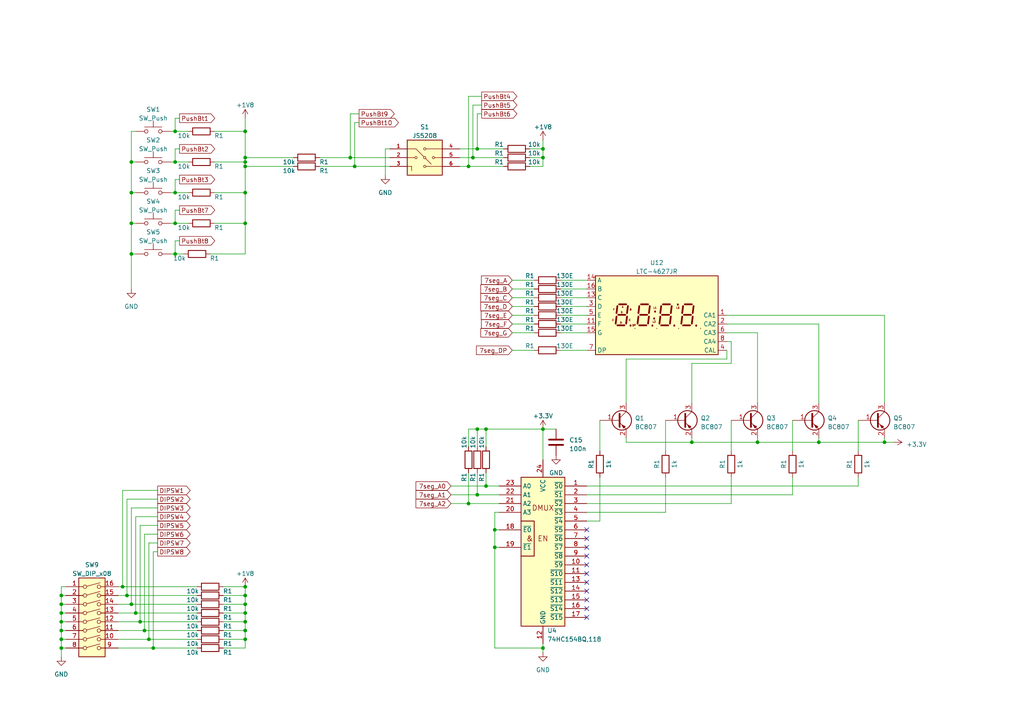
<source format=kicad_sch>
(kicad_sch (version 20230121) (generator eeschema)
  (paper "A4")
  (lib_symbols
    (symbol "74xx_IEEE:74154"
      (property "Reference" "U" (at 6.35 25.4 0))
      (property "Value" "74154" (at 7.62 -21.59 0))
      (symbol "74154_0_0"
        (rectangle (start -6.35 22.86) (end 6.35 -20.32) (stroke (width 0.254)) (fill (type background)))
        (polyline (pts (xy -6.35 10.16) (xy -2.54 10.16) (xy -2.54 0) (xy -6.35 0) (xy -6.35 0)) (stroke (width 0.254)) (fill (type background)))
        (text "&" (at -3.81 5.08 0) (effects (font (size 1.524 1.524))))
        (text "DMUX" (at 0 13.97 0) (effects (font (size 1.524 1.524))))
        (text "EN" (at 0 5.08 0) (effects (font (size 1.524 1.524))))
        (pin power_in line (at 0 -25.4 90) (length 5.08) (name "GND") (number "12"))
        (pin power_in line (at 0 27.94 270) (length 5.08) (name "VCC") (number "24"))
      )
      (symbol "74154_1_1"
        (pin output line (at 12.7 20.32 180) (length 6.35) (name "~{S0}") (number "1"))
        (pin output line (at 12.7 -2.54 180) (length 6.35) (name "~{S9}") (number "10"))
        (pin output line (at 12.7 -5.08 180) (length 6.35) (name "~{S10}") (number "11"))
        (pin output line (at 12.7 -7.62 180) (length 6.35) (name "~{S11}") (number "13"))
        (pin output line (at 12.7 -10.16 180) (length 6.35) (name "~{S12}") (number "14"))
        (pin input line (at 12.7 -12.7 180) (length 6.35) (name "~{S13}") (number "15"))
        (pin output line (at 12.7 -15.24 180) (length 6.35) (name "~{S14}") (number "16"))
        (pin output line (at 12.7 -17.78 180) (length 6.35) (name "~{S15}") (number "17"))
        (pin input line (at -12.7 7.62 0) (length 6.35) (name "~{E0}") (number "18"))
        (pin input line (at -12.7 2.54 0) (length 6.35) (name "~{E1}") (number "19"))
        (pin output line (at 12.7 17.78 180) (length 6.35) (name "~{S1}") (number "2"))
        (pin input line (at -12.7 12.7 0) (length 6.35) (name "A3") (number "20"))
        (pin input line (at -12.7 15.24 0) (length 6.35) (name "A2") (number "21"))
        (pin input line (at -12.7 17.78 0) (length 6.35) (name "A1") (number "22"))
        (pin input line (at -12.7 20.32 0) (length 6.35) (name "A0") (number "23"))
        (pin output line (at 12.7 15.24 180) (length 6.35) (name "~{S2}") (number "3"))
        (pin output line (at 12.7 12.7 180) (length 6.35) (name "~{S3}") (number "4"))
        (pin output line (at 12.7 10.16 180) (length 6.35) (name "~{S4}") (number "5"))
        (pin output line (at 12.7 7.62 180) (length 6.35) (name "~{S5}") (number "6"))
        (pin output line (at 12.7 5.08 180) (length 6.35) (name "~{S6}") (number "7"))
        (pin output line (at 12.7 2.54 180) (length 6.35) (name "~{S7}") (number "8"))
        (pin output line (at 12.7 0 180) (length 6.35) (name "~{S8}") (number "9"))
      )
    )
    (symbol "Device:C" (pin_numbers hide) (pin_names (offset 0.254))
      (property "Reference" "C" (at 0.635 2.54 0))
      (property "Value" "C" (at 0.635 -2.54 0))
      (symbol "C_0_1"
        (polyline (pts (xy -2.032 -0.762) (xy 2.032 -0.762)) (stroke (width 0.508)))
        (polyline (pts (xy -2.032 0.762) (xy 2.032 0.762)) (stroke (width 0.508)))
      )
      (symbol "C_1_1"
        (pin passive line (at 0 3.81 270) (length 2.794) (name "~") (number "1"))
        (pin passive line (at 0 -3.81 90) (length 2.794) (name "~") (number "2"))
      )
    )
    (symbol "Device:R" (pin_numbers hide) (pin_names (offset 0))
      (property "Reference" "R" (at 2.032 0 90))
      (property "Value" "R" (at 0 0 90))
      (symbol "R_0_1"
        (rectangle (start -1.016 -2.54) (end 1.016 2.54) (stroke (width 0.254)))
      )
      (symbol "R_1_1"
        (pin passive line (at 0 3.81 270) (length 1.27) (name "~") (number "1"))
        (pin passive line (at 0 -3.81 90) (length 1.27) (name "~") (number "2"))
      )
    )
    (symbol "Display_Character:LTC-4627JR"
      (property "Reference" "U" (at -17.78 12.7 0))
      (property "Value" "LTC-4627JR" (at 17.78 12.7 0))
      (symbol "LTC-4627JR_0_1"
        (rectangle (start -17.78 -11.43) (end 17.78 11.43) (stroke (width 0.254)) (fill (type background)))
        (rectangle (start -6.35 -3.81) (end -6.35 -3.81) (stroke (width 0.254)))
        (rectangle (start 0 -3.81) (end 0 -3.81) (stroke (width 0.254)))
        (polyline (pts (xy -6.35 -3.81) (xy -6.35 -3.81)) (stroke (width 0.254)))
        (polyline (pts (xy 0 -3.81) (xy 0 -3.81)) (stroke (width 0.254)))
        (polyline (pts (xy 6.35 -3.81) (xy 6.35 -3.81)) (stroke (width 0.254)))
        (polyline (pts (xy 12.7 -3.81) (xy 12.7 -3.81)) (stroke (width 0.254)))
        (rectangle (start 6.35 -3.81) (end 6.35 -3.81) (stroke (width 0.254)))
        (rectangle (start 12.7 -3.81) (end 12.7 -3.81) (stroke (width 0.254)))
      )
      (symbol "LTC-4627JR_1_0"
        (text "A" (at -9.906 2.413 0) (effects (font (size 0.508 0.508))))
        (text "B" (at -7.62 1.651 0) (effects (font (size 0.508 0.508))))
        (text "C" (at -7.874 -1.397 0) (effects (font (size 0.508 0.508))))
        (text "D" (at -10.414 -2.159 0) (effects (font (size 0.508 0.508))))
        (text "DP" (at -6.604 -2.921 0) (effects (font (size 0.508 0.508))))
        (text "E" (at -12.7 -1.397 0) (effects (font (size 0.508 0.508))))
        (text "F" (at -12.446 1.651 0) (effects (font (size 0.508 0.508))))
        (text "G" (at -10.16 0.889 0) (effects (font (size 0.508 0.508))))
        (text "L1" (at -0.508 2.159 0) (effects (font (size 0.508 0.508))))
        (text "L2" (at -0.762 -1.905 0) (effects (font (size 0.508 0.508))))
        (text "L3" (at 6.096 2.159 0) (effects (font (size 0.508 0.508))))
      )
      (symbol "LTC-4627JR_1_1"
        (polyline (pts (xy -11.684 -0.381) (xy -11.938 -2.413)) (stroke (width 0.508)))
        (polyline (pts (xy -11.43 -2.921) (xy -9.398 -2.921)) (stroke (width 0.508)))
        (polyline (pts (xy -11.43 2.667) (xy -11.684 0.635)) (stroke (width 0.508)))
        (polyline (pts (xy -11.176 0.127) (xy -9.144 0.127)) (stroke (width 0.508)))
        (polyline (pts (xy -10.922 3.175) (xy -8.89 3.175)) (stroke (width 0.508)))
        (polyline (pts (xy -8.636 -0.381) (xy -8.89 -2.413)) (stroke (width 0.508)))
        (polyline (pts (xy -8.382 2.667) (xy -8.636 0.635)) (stroke (width 0.508)))
        (polyline (pts (xy -7.62 -3.048) (xy -7.62 -2.921)) (stroke (width 0.508)))
        (polyline (pts (xy -5.334 -0.381) (xy -5.588 -2.413)) (stroke (width 0.508)))
        (polyline (pts (xy -5.08 -2.921) (xy -3.048 -2.921)) (stroke (width 0.508)))
        (polyline (pts (xy -5.08 2.667) (xy -5.334 0.635)) (stroke (width 0.508)))
        (polyline (pts (xy -4.826 0.127) (xy -2.794 0.127)) (stroke (width 0.508)))
        (polyline (pts (xy -4.572 3.175) (xy -2.54 3.175)) (stroke (width 0.508)))
        (polyline (pts (xy -2.286 -0.381) (xy -2.54 -2.413)) (stroke (width 0.508)))
        (polyline (pts (xy -2.032 2.667) (xy -2.286 0.635)) (stroke (width 0.508)))
        (polyline (pts (xy -1.27 -3.048) (xy -1.27 -2.921)) (stroke (width 0.508)))
        (polyline (pts (xy -0.762 -1.016) (xy -0.762 -0.889)) (stroke (width 0.508)))
        (polyline (pts (xy -0.508 1.016) (xy -0.508 1.143)) (stroke (width 0.508)))
        (polyline (pts (xy 1.016 -0.381) (xy 0.762 -2.413)) (stroke (width 0.508)))
        (polyline (pts (xy 1.27 -2.921) (xy 3.302 -2.921)) (stroke (width 0.508)))
        (polyline (pts (xy 1.27 2.667) (xy 1.016 0.635)) (stroke (width 0.508)))
        (polyline (pts (xy 1.524 0.127) (xy 3.556 0.127)) (stroke (width 0.508)))
        (polyline (pts (xy 1.778 3.175) (xy 3.81 3.175)) (stroke (width 0.508)))
        (polyline (pts (xy 4.064 -0.381) (xy 3.81 -2.413)) (stroke (width 0.508)))
        (polyline (pts (xy 4.318 2.667) (xy 4.064 0.635)) (stroke (width 0.508)))
        (polyline (pts (xy 5.08 -3.048) (xy 5.08 -2.921)) (stroke (width 0.508)))
        (polyline (pts (xy 6.096 3.048) (xy 6.096 3.175)) (stroke (width 0.508)))
        (polyline (pts (xy 7.366 -0.381) (xy 7.112 -2.413)) (stroke (width 0.508)))
        (polyline (pts (xy 7.62 -2.921) (xy 9.652 -2.921)) (stroke (width 0.508)))
        (polyline (pts (xy 7.62 2.667) (xy 7.366 0.635)) (stroke (width 0.508)))
        (polyline (pts (xy 7.874 0.127) (xy 9.906 0.127)) (stroke (width 0.508)))
        (polyline (pts (xy 8.128 3.175) (xy 10.16 3.175)) (stroke (width 0.508)))
        (polyline (pts (xy 10.414 -0.381) (xy 10.16 -2.413)) (stroke (width 0.508)))
        (polyline (pts (xy 10.668 2.667) (xy 10.414 0.635)) (stroke (width 0.508)))
        (polyline (pts (xy 11.43 -3.048) (xy 11.43 -2.921)) (stroke (width 0.508)))
        (pin input line (at 20.32 0 180) (length 2.54) (name "CA1") (number "1"))
        (pin input line (at -20.32 -2.54 0) (length 2.54) (name "F") (number "11"))
        (pin input line (at -20.32 5.08 0) (length 2.54) (name "C") (number "13"))
        (pin input line (at -20.32 10.16 0) (length 2.54) (name "A") (number "14"))
        (pin input line (at -20.32 -5.08 0) (length 2.54) (name "G") (number "15"))
        (pin input line (at -20.32 7.62 0) (length 2.54) (name "B") (number "16"))
        (pin input line (at 20.32 -2.54 180) (length 2.54) (name "CA2") (number "2"))
        (pin input line (at -20.32 2.54 0) (length 2.54) (name "D") (number "3"))
        (pin input line (at 20.32 -10.16 180) (length 2.54) (name "CAL") (number "4"))
        (pin input line (at -20.32 0 0) (length 2.54) (name "E") (number "5"))
        (pin input line (at 20.32 -5.08 180) (length 2.54) (name "CA3") (number "6"))
        (pin input line (at -20.32 -10.16 0) (length 2.54) (name "DP") (number "7"))
        (pin input line (at 20.32 -7.62 180) (length 2.54) (name "CA4") (number "8"))
        (pin no_connect line (at 17.78 7.62 180) (length 2.54) hide (name "NC") (number "9"))
      )
    )
    (symbol "Switch:SW_DIP_x08" (pin_names (offset 0) hide)
      (property "Reference" "SW" (at 0 13.97 0))
      (property "Value" "SW_DIP_x08" (at 0 -11.43 0))
      (symbol "SW_DIP_x08_0_0"
        (circle (center -2.032 -7.62) (radius 0.508))
        (circle (center -2.032 -5.08) (radius 0.508))
        (circle (center -2.032 -2.54) (radius 0.508))
        (circle (center -2.032 0) (radius 0.508))
        (circle (center -2.032 2.54) (radius 0.508))
        (circle (center -2.032 5.08) (radius 0.508))
        (circle (center -2.032 7.62) (radius 0.508))
        (circle (center -2.032 10.16) (radius 0.508))
        (polyline (pts (xy -1.524 -7.4676) (xy 2.3622 -6.4262)))
        (polyline (pts (xy -1.524 -4.9276) (xy 2.3622 -3.8862)))
        (polyline (pts (xy -1.524 -2.3876) (xy 2.3622 -1.3462)))
        (polyline (pts (xy -1.524 0.127) (xy 2.3622 1.1684)))
        (polyline (pts (xy -1.524 2.667) (xy 2.3622 3.7084)))
        (polyline (pts (xy -1.524 5.207) (xy 2.3622 6.2484)))
        (polyline (pts (xy -1.524 7.747) (xy 2.3622 8.7884)))
        (polyline (pts (xy -1.524 10.287) (xy 2.3622 11.3284)))
        (circle (center 2.032 -7.62) (radius 0.508))
        (circle (center 2.032 -5.08) (radius 0.508))
        (circle (center 2.032 -2.54) (radius 0.508))
        (circle (center 2.032 0) (radius 0.508))
        (circle (center 2.032 2.54) (radius 0.508))
        (circle (center 2.032 5.08) (radius 0.508))
        (circle (center 2.032 7.62) (radius 0.508))
        (circle (center 2.032 10.16) (radius 0.508))
      )
      (symbol "SW_DIP_x08_0_1"
        (rectangle (start -3.81 12.7) (end 3.81 -10.16) (stroke (width 0.254)) (fill (type background)))
      )
      (symbol "SW_DIP_x08_1_1"
        (pin passive line (at -7.62 10.16 0) (length 5.08) (name "~") (number "1"))
        (pin passive line (at 7.62 -5.08 180) (length 5.08) (name "~") (number "10"))
        (pin passive line (at 7.62 -2.54 180) (length 5.08) (name "~") (number "11"))
        (pin passive line (at 7.62 0 180) (length 5.08) (name "~") (number "12"))
        (pin passive line (at 7.62 2.54 180) (length 5.08) (name "~") (number "13"))
        (pin passive line (at 7.62 5.08 180) (length 5.08) (name "~") (number "14"))
        (pin passive line (at 7.62 7.62 180) (length 5.08) (name "~") (number "15"))
        (pin passive line (at 7.62 10.16 180) (length 5.08) (name "~") (number "16"))
        (pin passive line (at -7.62 7.62 0) (length 5.08) (name "~") (number "2"))
        (pin passive line (at -7.62 5.08 0) (length 5.08) (name "~") (number "3"))
        (pin passive line (at -7.62 2.54 0) (length 5.08) (name "~") (number "4"))
        (pin passive line (at -7.62 0 0) (length 5.08) (name "~") (number "5"))
        (pin passive line (at -7.62 -2.54 0) (length 5.08) (name "~") (number "6"))
        (pin passive line (at -7.62 -5.08 0) (length 5.08) (name "~") (number "7"))
        (pin passive line (at -7.62 -7.62 0) (length 5.08) (name "~") (number "8"))
        (pin passive line (at 7.62 -7.62 180) (length 5.08) (name "~") (number "9"))
      )
    )
    (symbol "Switch:SW_Push" (pin_numbers hide) (pin_names (offset 1.016) hide)
      (property "Reference" "SW" (at 1.27 2.54 0))
      (property "Value" "SW_Push" (at 0 -1.524 0))
      (symbol "SW_Push_0_1"
        (circle (center -2.032 0) (radius 0.508))
        (polyline (pts (xy 0 1.27) (xy 0 3.048)))
        (polyline (pts (xy 2.54 1.27) (xy -2.54 1.27)))
        (circle (center 2.032 0) (radius 0.508))
        (pin passive line (at -5.08 0 0) (length 2.54) (name "1") (number "1"))
        (pin passive line (at 5.08 0 180) (length 2.54) (name "2") (number "2"))
      )
    )
    (symbol "Transistor_BJT:BC807" (pin_names (offset 0) hide)
      (property "Reference" "Q" (at 5.08 1.905 0))
      (property "Value" "BC807" (at 5.08 0 0))
      (symbol "BC807_0_1"
        (polyline (pts (xy 0.635 0.635) (xy 2.54 2.54)))
        (polyline (pts (xy 0.635 -0.635) (xy 2.54 -2.54) (xy 2.54 -2.54)))
        (polyline (pts (xy 0.635 1.905) (xy 0.635 -1.905) (xy 0.635 -1.905)) (stroke (width 0.508)))
        (polyline (pts (xy 2.286 -1.778) (xy 1.778 -2.286) (xy 1.27 -1.27) (xy 2.286 -1.778) (xy 2.286 -1.778)) (fill (type outline)))
        (circle (center 1.27 0) (radius 2.8194) (stroke (width 0.254)))
      )
      (symbol "BC807_1_1"
        (pin input line (at -5.08 0 0) (length 5.715) (name "B") (number "1"))
        (pin passive line (at 2.54 -5.08 90) (length 2.54) (name "E") (number "2"))
        (pin passive line (at 2.54 5.08 270) (length 2.54) (name "C") (number "3"))
      )
    )
    (symbol "gecko5education:JS5208" (pin_names (offset 1.016))
      (property "Reference" "S" (at -5.08 6.35 0))
      (property "Value" "JS5208" (at -5.08 -7.62 0))
      (symbol "JS5208_0_0"
        (rectangle (start -5.08 -5.08) (end 5.08 5.08) (stroke (width 0.254)) (fill (type background)))
        (circle (center -2.54 0) (radius 0.3302) (stroke (width 0.1524)))
        (circle (center 0 -2.54) (radius 0.3302) (stroke (width 0.1524)))
        (polyline (pts (xy -5.08 -2.54) (xy -3.81 -2.54)) (stroke (width 0.1524)))
        (polyline (pts (xy -5.08 0) (xy -2.921 0)) (stroke (width 0.1524)))
        (polyline (pts (xy -5.08 2.54) (xy -2.54 2.54)) (stroke (width 0.1524)))
        (polyline (pts (xy -3.81 -2.54) (xy -3.81 -3.81)) (stroke (width 0.1524)))
        (polyline (pts (xy -2.54 2.54) (xy -0.254 0.254)) (stroke (width 0.1524)))
        (polyline (pts (xy 0.254 -0.254) (xy 1.905 -1.905)) (stroke (width 0.1524)))
        (polyline (pts (xy 0.381 -2.54) (xy 5.08 -2.54)) (stroke (width 0.1524)))
        (polyline (pts (xy 0.381 2.54) (xy 5.08 2.54)) (stroke (width 0.1524)))
        (polyline (pts (xy 2.921 0) (xy 5.08 0)) (stroke (width 0.1524)))
        (circle (center 0 0) (radius 0.3302) (stroke (width 0.1524)))
        (circle (center 0 2.54) (radius 0.3302) (stroke (width 0.1524)))
        (circle (center 2.54 0) (radius 0.3302) (stroke (width 0.1524)))
        (pin passive line (at -10.16 2.54 0) (length 5.08) (name "~") (number "1"))
        (pin passive line (at -10.16 0 0) (length 5.08) (name "~") (number "2"))
        (pin passive line (at -10.16 -2.54 0) (length 5.08) (name "~") (number "3"))
        (pin passive line (at 10.16 2.54 180) (length 5.08) (name "~") (number "4"))
        (pin passive line (at 10.16 0 180) (length 5.08) (name "~") (number "5"))
        (pin passive line (at 10.16 -2.54 180) (length 5.08) (name "~") (number "6"))
      )
    )
    (symbol "power:+1V8" (power) (pin_names (offset 0))
      (property "Value" "+1V8" (at 0 3.556 0))
      (symbol "+1V8_0_1"
        (polyline (pts (xy -0.762 1.27) (xy 0 2.54)))
        (polyline (pts (xy 0 0) (xy 0 2.54)))
        (polyline (pts (xy 0 2.54) (xy 0.762 1.27)))
      )
      (symbol "+1V8_1_1"
        (pin power_in line (at 0 0 90) (length 0) hide (name "+1V8") (number "1"))
      )
    )
    (symbol "power:+3.3V" (power) (pin_names (offset 0))
      (property "Value" "+3.3V" (at 0 3.556 0))
      (symbol "+3.3V_0_1"
        (polyline (pts (xy -0.762 1.27) (xy 0 2.54)))
        (polyline (pts (xy 0 0) (xy 0 2.54)))
        (polyline (pts (xy 0 2.54) (xy 0.762 1.27)))
      )
      (symbol "+3.3V_1_1"
        (pin power_in line (at 0 0 90) (length 0) hide (name "+3.3V") (number "1"))
      )
    )
    (symbol "power:GND" (power) (pin_names (offset 0))
      (property "Value" "GND" (at 0 -3.81 0))
      (symbol "GND_0_1"
        (polyline (pts (xy 0 0) (xy 0 -1.27) (xy 1.27 -1.27) (xy 0 -2.54) (xy -1.27 -1.27) (xy 0 -1.27)))
      )
      (symbol "GND_1_1"
        (pin power_in line (at 0 0 270) (length 0) hide (name "GND") (number "1"))
      )
    )
  )
  (junction (at 219.71 128.27))
  (junction (at 44.45 187.96))
  (junction (at 38.1 64.77))
  (junction (at 38.1 46.99))
  (junction (at 143.51 158.75))
  (junction (at 71.12 180.34))
  (junction (at 71.12 182.88))
  (junction (at 17.78 172.72))
  (junction (at 102.87 48.26))
  (junction (at 38.1 73.66))
  (junction (at 71.12 170.18))
  (junction (at 71.12 46.99))
  (junction (at 157.48 43.18))
  (junction (at 50.8 38.1))
  (junction (at 17.78 185.42))
  (junction (at 41.91 182.88))
  (junction (at 71.12 185.42))
  (junction (at 140.97 124.46))
  (junction (at 71.12 38.1))
  (junction (at 140.97 140.97))
  (junction (at 17.78 177.8))
  (junction (at 43.18 185.42))
  (junction (at 71.12 177.8))
  (junction (at 135.89 48.26))
  (junction (at 38.1 175.26))
  (junction (at 135.89 146.05))
  (junction (at 71.12 48.26))
  (junction (at 200.66 128.27))
  (junction (at 17.78 182.88))
  (junction (at 138.43 143.51))
  (junction (at 71.12 55.88))
  (junction (at 50.8 73.66))
  (junction (at 40.64 180.34))
  (junction (at 71.12 45.72))
  (junction (at 143.51 153.67))
  (junction (at 71.12 175.26))
  (junction (at 137.16 45.72))
  (junction (at 36.83 172.72))
  (junction (at 101.6 45.72))
  (junction (at 50.8 64.77))
  (junction (at 256.54 128.27))
  (junction (at 50.8 55.88))
  (junction (at 157.48 187.96))
  (junction (at 38.1 55.88))
  (junction (at 71.12 172.72))
  (junction (at 138.43 43.18))
  (junction (at 138.43 124.46))
  (junction (at 17.78 175.26))
  (junction (at 39.37 177.8))
  (junction (at 237.49 128.27))
  (junction (at 35.56 170.18))
  (junction (at 71.12 64.77))
  (junction (at 157.48 45.72))
  (junction (at 50.8 46.99))
  (junction (at 157.48 124.46))
  (junction (at 17.78 180.34))
  (junction (at 17.78 187.96))
  (no_connect (at 170.18 153.67))
  (no_connect (at 170.18 168.91))
  (no_connect (at 170.18 158.75))
  (no_connect (at 170.18 163.83))
  (no_connect (at 170.18 171.45))
  (no_connect (at 170.18 173.99))
  (no_connect (at 170.18 166.37))
  (no_connect (at 170.18 156.21))
  (no_connect (at 170.18 161.29))
  (no_connect (at 170.18 179.07))
  (no_connect (at 170.18 176.53))
  (wire (pts (xy 45.72 160.02) (xy 44.45 160.02)))
  (wire (pts (xy 44.45 187.96) (xy 57.15 187.96)))
  (wire (pts (xy 64.77 175.26) (xy 71.12 175.26)))
  (wire (pts (xy 17.78 172.72) (xy 17.78 175.26)))
  (wire (pts (xy 104.14 33.02) (xy 101.6 33.02)))
  (wire (pts (xy 210.82 93.98) (xy 237.49 93.98)))
  (wire (pts (xy 153.67 43.18) (xy 157.48 43.18)))
  (wire (pts (xy 92.71 48.26) (xy 102.87 48.26)))
  (wire (pts (xy 229.87 121.92) (xy 229.87 130.81)))
  (wire (pts (xy 148.59 101.6) (xy 154.94 101.6)))
  (wire (pts (xy 101.6 45.72) (xy 113.03 45.72)))
  (wire (pts (xy 34.29 180.34) (xy 40.64 180.34)))
  (wire (pts (xy 133.35 48.26) (xy 135.89 48.26)))
  (wire (pts (xy 45.72 154.94) (xy 41.91 154.94)))
  (wire (pts (xy 50.8 64.77) (xy 54.61 64.77)))
  (wire (pts (xy 229.87 138.43) (xy 229.87 143.51)))
  (wire (pts (xy 148.59 83.82) (xy 154.94 83.82)))
  (wire (pts (xy 92.71 45.72) (xy 101.6 45.72)))
  (wire (pts (xy 210.82 99.06) (xy 212.09 99.06)))
  (wire (pts (xy 143.51 187.96) (xy 143.51 158.75)))
  (wire (pts (xy 104.14 35.56) (xy 102.87 35.56)))
  (wire (pts (xy 143.51 158.75) (xy 144.78 158.75)))
  (wire (pts (xy 138.43 43.18) (xy 146.05 43.18)))
  (wire (pts (xy 135.89 124.46) (xy 138.43 124.46)))
  (wire (pts (xy 17.78 187.96) (xy 19.05 187.96)))
  (wire (pts (xy 157.48 186.69) (xy 157.48 187.96)))
  (wire (pts (xy 17.78 187.96) (xy 17.78 190.5)))
  (wire (pts (xy 17.78 170.18) (xy 17.78 172.72)))
  (wire (pts (xy 173.99 121.92) (xy 173.99 130.81)))
  (wire (pts (xy 139.7 33.02) (xy 138.43 33.02)))
  (wire (pts (xy 50.8 60.96) (xy 50.8 64.77)))
  (wire (pts (xy 248.92 121.92) (xy 248.92 130.81)))
  (wire (pts (xy 36.83 172.72) (xy 57.15 172.72)))
  (wire (pts (xy 130.81 140.97) (xy 140.97 140.97)))
  (wire (pts (xy 135.89 27.94) (xy 135.89 48.26)))
  (wire (pts (xy 49.53 46.99) (xy 50.8 46.99)))
  (wire (pts (xy 17.78 177.8) (xy 17.78 180.34)))
  (wire (pts (xy 34.29 177.8) (xy 39.37 177.8)))
  (wire (pts (xy 41.91 154.94) (xy 41.91 182.88)))
  (wire (pts (xy 36.83 144.78) (xy 36.83 172.72)))
  (wire (pts (xy 153.67 48.26) (xy 157.48 48.26)))
  (wire (pts (xy 212.09 146.05) (xy 212.09 138.43)))
  (wire (pts (xy 71.12 177.8) (xy 71.12 175.26)))
  (wire (pts (xy 38.1 64.77) (xy 38.1 73.66)))
  (wire (pts (xy 181.61 127) (xy 181.61 128.27)))
  (wire (pts (xy 157.48 124.46) (xy 161.29 124.46)))
  (wire (pts (xy 130.81 143.51) (xy 138.43 143.51)))
  (wire (pts (xy 148.59 91.44) (xy 154.94 91.44)))
  (wire (pts (xy 144.78 148.59) (xy 143.51 148.59)))
  (wire (pts (xy 39.37 177.8) (xy 57.15 177.8)))
  (wire (pts (xy 71.12 187.96) (xy 71.12 185.42)))
  (wire (pts (xy 173.99 151.13) (xy 173.99 138.43)))
  (wire (pts (xy 38.1 55.88) (xy 39.37 55.88)))
  (wire (pts (xy 139.7 30.48) (xy 137.16 30.48)))
  (wire (pts (xy 148.59 81.28) (xy 154.94 81.28)))
  (wire (pts (xy 50.8 73.66) (xy 53.34 73.66)))
  (wire (pts (xy 193.04 148.59) (xy 170.18 148.59)))
  (wire (pts (xy 45.72 144.78) (xy 36.83 144.78)))
  (wire (pts (xy 17.78 185.42) (xy 17.78 187.96)))
  (wire (pts (xy 162.56 86.36) (xy 170.18 86.36)))
  (wire (pts (xy 111.76 50.8) (xy 111.76 43.18)))
  (wire (pts (xy 137.16 30.48) (xy 137.16 45.72)))
  (wire (pts (xy 49.53 64.77) (xy 50.8 64.77)))
  (wire (pts (xy 45.72 149.86) (xy 39.37 149.86)))
  (wire (pts (xy 38.1 55.88) (xy 38.1 64.77)))
  (wire (pts (xy 38.1 147.32) (xy 38.1 175.26)))
  (wire (pts (xy 193.04 121.92) (xy 193.04 130.81)))
  (wire (pts (xy 130.81 146.05) (xy 135.89 146.05)))
  (wire (pts (xy 71.12 46.99) (xy 71.12 48.26)))
  (wire (pts (xy 40.64 180.34) (xy 57.15 180.34)))
  (wire (pts (xy 256.54 91.44) (xy 256.54 116.84)))
  (wire (pts (xy 237.49 127) (xy 237.49 128.27)))
  (wire (pts (xy 200.66 105.41) (xy 200.66 116.84)))
  (wire (pts (xy 237.49 128.27) (xy 256.54 128.27)))
  (wire (pts (xy 140.97 124.46) (xy 140.97 129.54)))
  (wire (pts (xy 157.48 43.18) (xy 157.48 40.64)))
  (wire (pts (xy 256.54 128.27) (xy 256.54 127)))
  (wire (pts (xy 62.23 64.77) (xy 71.12 64.77)))
  (wire (pts (xy 181.61 104.14) (xy 210.82 104.14)))
  (wire (pts (xy 17.78 175.26) (xy 17.78 177.8)))
  (wire (pts (xy 181.61 116.84) (xy 181.61 104.14)))
  (wire (pts (xy 64.77 177.8) (xy 71.12 177.8)))
  (wire (pts (xy 38.1 46.99) (xy 39.37 46.99)))
  (wire (pts (xy 157.48 45.72) (xy 157.48 43.18)))
  (wire (pts (xy 45.72 147.32) (xy 38.1 147.32)))
  (wire (pts (xy 157.48 124.46) (xy 157.48 133.35)))
  (wire (pts (xy 135.89 129.54) (xy 135.89 124.46)))
  (wire (pts (xy 71.12 38.1) (xy 71.12 45.72)))
  (wire (pts (xy 157.48 48.26) (xy 157.48 45.72)))
  (wire (pts (xy 101.6 33.02) (xy 101.6 45.72)))
  (wire (pts (xy 135.89 137.16) (xy 135.89 146.05)))
  (wire (pts (xy 64.77 182.88) (xy 71.12 182.88)))
  (wire (pts (xy 135.89 48.26) (xy 146.05 48.26)))
  (wire (pts (xy 229.87 143.51) (xy 170.18 143.51)))
  (wire (pts (xy 40.64 152.4) (xy 40.64 180.34)))
  (wire (pts (xy 111.76 43.18) (xy 113.03 43.18)))
  (wire (pts (xy 50.8 38.1) (xy 54.61 38.1)))
  (wire (pts (xy 34.29 182.88) (xy 41.91 182.88)))
  (wire (pts (xy 138.43 143.51) (xy 138.43 137.16)))
  (wire (pts (xy 212.09 121.92) (xy 212.09 130.81)))
  (wire (pts (xy 64.77 187.96) (xy 71.12 187.96)))
  (wire (pts (xy 200.66 128.27) (xy 219.71 128.27)))
  (wire (pts (xy 43.18 157.48) (xy 43.18 185.42)))
  (wire (pts (xy 43.18 185.42) (xy 57.15 185.42)))
  (wire (pts (xy 181.61 128.27) (xy 200.66 128.27)))
  (wire (pts (xy 248.92 140.97) (xy 248.92 138.43)))
  (wire (pts (xy 17.78 175.26) (xy 19.05 175.26)))
  (wire (pts (xy 60.96 73.66) (xy 71.12 73.66)))
  (wire (pts (xy 144.78 143.51) (xy 138.43 143.51)))
  (wire (pts (xy 52.07 69.85) (xy 50.8 69.85)))
  (wire (pts (xy 170.18 151.13) (xy 173.99 151.13)))
  (wire (pts (xy 34.29 175.26) (xy 38.1 175.26)))
  (wire (pts (xy 45.72 157.48) (xy 43.18 157.48)))
  (wire (pts (xy 50.8 52.07) (xy 50.8 55.88)))
  (wire (pts (xy 210.82 96.52) (xy 219.71 96.52)))
  (wire (pts (xy 200.66 127) (xy 200.66 128.27)))
  (wire (pts (xy 71.12 34.29) (xy 71.12 38.1)))
  (wire (pts (xy 219.71 128.27) (xy 237.49 128.27)))
  (wire (pts (xy 50.8 55.88) (xy 54.61 55.88)))
  (wire (pts (xy 38.1 175.26) (xy 57.15 175.26)))
  (wire (pts (xy 148.59 96.52) (xy 154.94 96.52)))
  (wire (pts (xy 38.1 73.66) (xy 39.37 73.66)))
  (wire (pts (xy 34.29 185.42) (xy 43.18 185.42)))
  (wire (pts (xy 143.51 153.67) (xy 143.51 158.75)))
  (wire (pts (xy 71.12 48.26) (xy 85.09 48.26)))
  (wire (pts (xy 41.91 182.88) (xy 57.15 182.88)))
  (wire (pts (xy 140.97 137.16) (xy 140.97 140.97)))
  (wire (pts (xy 148.59 88.9) (xy 154.94 88.9)))
  (wire (pts (xy 212.09 99.06) (xy 212.09 105.41)))
  (wire (pts (xy 38.1 64.77) (xy 39.37 64.77)))
  (wire (pts (xy 17.78 182.88) (xy 19.05 182.88)))
  (wire (pts (xy 135.89 146.05) (xy 144.78 146.05)))
  (wire (pts (xy 62.23 55.88) (xy 71.12 55.88)))
  (wire (pts (xy 71.12 170.18) (xy 64.77 170.18)))
  (wire (pts (xy 153.67 45.72) (xy 157.48 45.72)))
  (wire (pts (xy 193.04 138.43) (xy 193.04 148.59)))
  (wire (pts (xy 137.16 45.72) (xy 146.05 45.72)))
  (wire (pts (xy 64.77 172.72) (xy 71.12 172.72)))
  (wire (pts (xy 49.53 55.88) (xy 50.8 55.88)))
  (wire (pts (xy 210.82 104.14) (xy 210.82 101.6)))
  (wire (pts (xy 38.1 38.1) (xy 38.1 46.99)))
  (wire (pts (xy 45.72 152.4) (xy 40.64 152.4)))
  (wire (pts (xy 71.12 172.72) (xy 71.12 170.18)))
  (wire (pts (xy 138.43 124.46) (xy 138.43 129.54)))
  (wire (pts (xy 138.43 33.02) (xy 138.43 43.18)))
  (wire (pts (xy 71.12 55.88) (xy 71.12 64.77)))
  (wire (pts (xy 52.07 52.07) (xy 50.8 52.07)))
  (wire (pts (xy 35.56 170.18) (xy 57.15 170.18)))
  (wire (pts (xy 52.07 34.29) (xy 50.8 34.29)))
  (wire (pts (xy 143.51 148.59) (xy 143.51 153.67)))
  (wire (pts (xy 71.12 182.88) (xy 71.12 180.34)))
  (wire (pts (xy 50.8 46.99) (xy 54.61 46.99)))
  (wire (pts (xy 148.59 93.98) (xy 154.94 93.98)))
  (wire (pts (xy 138.43 124.46) (xy 140.97 124.46)))
  (wire (pts (xy 219.71 127) (xy 219.71 128.27)))
  (wire (pts (xy 157.48 187.96) (xy 143.51 187.96)))
  (wire (pts (xy 210.82 91.44) (xy 256.54 91.44)))
  (wire (pts (xy 45.72 142.24) (xy 35.56 142.24)))
  (wire (pts (xy 38.1 46.99) (xy 38.1 55.88)))
  (wire (pts (xy 162.56 81.28) (xy 170.18 81.28)))
  (wire (pts (xy 71.12 45.72) (xy 85.09 45.72)))
  (wire (pts (xy 50.8 43.18) (xy 50.8 46.99)))
  (wire (pts (xy 52.07 60.96) (xy 50.8 60.96)))
  (wire (pts (xy 140.97 124.46) (xy 157.48 124.46)))
  (wire (pts (xy 35.56 142.24) (xy 35.56 170.18)))
  (wire (pts (xy 71.12 48.26) (xy 71.12 55.88)))
  (wire (pts (xy 157.48 187.96) (xy 157.48 189.23)))
  (wire (pts (xy 71.12 64.77) (xy 71.12 73.66)))
  (wire (pts (xy 170.18 140.97) (xy 248.92 140.97)))
  (wire (pts (xy 162.56 91.44) (xy 170.18 91.44)))
  (wire (pts (xy 62.23 38.1) (xy 71.12 38.1)))
  (wire (pts (xy 219.71 96.52) (xy 219.71 116.84)))
  (wire (pts (xy 102.87 48.26) (xy 113.03 48.26)))
  (wire (pts (xy 170.18 146.05) (xy 212.09 146.05)))
  (wire (pts (xy 133.35 45.72) (xy 137.16 45.72)))
  (wire (pts (xy 62.23 46.99) (xy 71.12 46.99)))
  (wire (pts (xy 102.87 35.56) (xy 102.87 48.26)))
  (wire (pts (xy 34.29 187.96) (xy 44.45 187.96)))
  (wire (pts (xy 256.54 128.27) (xy 259.08 128.27)))
  (wire (pts (xy 17.78 185.42) (xy 19.05 185.42)))
  (wire (pts (xy 71.12 180.34) (xy 71.12 177.8)))
  (wire (pts (xy 50.8 69.85) (xy 50.8 73.66)))
  (wire (pts (xy 237.49 93.98) (xy 237.49 116.84)))
  (wire (pts (xy 39.37 149.86) (xy 39.37 177.8)))
  (wire (pts (xy 34.29 172.72) (xy 36.83 172.72)))
  (wire (pts (xy 148.59 86.36) (xy 154.94 86.36)))
  (wire (pts (xy 38.1 73.66) (xy 38.1 83.82)))
  (wire (pts (xy 64.77 185.42) (xy 71.12 185.42)))
  (wire (pts (xy 19.05 170.18) (xy 17.78 170.18)))
  (wire (pts (xy 139.7 27.94) (xy 135.89 27.94)))
  (wire (pts (xy 49.53 38.1) (xy 50.8 38.1)))
  (wire (pts (xy 133.35 43.18) (xy 138.43 43.18)))
  (wire (pts (xy 34.29 170.18) (xy 35.56 170.18)))
  (wire (pts (xy 162.56 101.6) (xy 170.18 101.6)))
  (wire (pts (xy 162.56 83.82) (xy 170.18 83.82)))
  (wire (pts (xy 17.78 172.72) (xy 19.05 172.72)))
  (wire (pts (xy 71.12 175.26) (xy 71.12 172.72)))
  (wire (pts (xy 52.07 43.18) (xy 50.8 43.18)))
  (wire (pts (xy 17.78 182.88) (xy 17.78 185.42)))
  (wire (pts (xy 17.78 180.34) (xy 19.05 180.34)))
  (wire (pts (xy 212.09 105.41) (xy 200.66 105.41)))
  (wire (pts (xy 162.56 88.9) (xy 170.18 88.9)))
  (wire (pts (xy 140.97 140.97) (xy 144.78 140.97)))
  (wire (pts (xy 71.12 185.42) (xy 71.12 182.88)))
  (wire (pts (xy 71.12 45.72) (xy 71.12 46.99)))
  (wire (pts (xy 44.45 160.02) (xy 44.45 187.96)))
  (wire (pts (xy 39.37 38.1) (xy 38.1 38.1)))
  (wire (pts (xy 17.78 177.8) (xy 19.05 177.8)))
  (wire (pts (xy 50.8 34.29) (xy 50.8 38.1)))
  (wire (pts (xy 162.56 93.98) (xy 170.18 93.98)))
  (wire (pts (xy 64.77 180.34) (xy 71.12 180.34)))
  (wire (pts (xy 143.51 153.67) (xy 144.78 153.67)))
  (wire (pts (xy 17.78 180.34) (xy 17.78 182.88)))
  (wire (pts (xy 49.53 73.66) (xy 50.8 73.66)))
  (wire (pts (xy 162.56 96.52) (xy 170.18 96.52)))
  (global_label "PushBt5" (shape output) (at 139.7 30.48 0) (property "Intersheetrefs" "${INTERSHEET_REFS}" (effects hide)))
  (global_label "7seg_A" (shape input) (at 148.59 81.28 180) (property "Intersheetrefs" "${INTERSHEET_REFS}" (effects hide)))
  (global_label "DIPSW6" (shape output) (at 45.72 154.94 0) (property "Intersheetrefs" "${INTERSHEET_REFS}" (effects hide)))
  (global_label "7seg_A2" (shape input) (at 130.81 146.05 180) (property "Intersheetrefs" "${INTERSHEET_REFS}" (effects hide)))
  (global_label "7seg_G" (shape input) (at 148.59 96.52 180) (property "Intersheetrefs" "${INTERSHEET_REFS}" (effects hide)))
  (global_label "PushBt1" (shape output) (at 52.07 34.29 0) (property "Intersheetrefs" "${INTERSHEET_REFS}" (effects hide)))
  (global_label "PushBt10" (shape output) (at 104.14 35.56 0) (property "Intersheetrefs" "${INTERSHEET_REFS}" (effects hide)))
  (global_label "PushBt8" (shape output) (at 52.07 69.85 0) (property "Intersheetrefs" "${INTERSHEET_REFS}" (effects hide)))
  (global_label "7seg_B" (shape input) (at 148.59 83.82 180) (property "Intersheetrefs" "${INTERSHEET_REFS}" (effects hide)))
  (global_label "7seg_D" (shape input) (at 148.59 88.9 180) (property "Intersheetrefs" "${INTERSHEET_REFS}" (effects hide)))
  (global_label "DIPSW3" (shape output) (at 45.72 147.32 0) (property "Intersheetrefs" "${INTERSHEET_REFS}" (effects hide)))
  (global_label "7seg_DP" (shape input) (at 148.59 101.6 180) (property "Intersheetrefs" "${INTERSHEET_REFS}" (effects hide)))
  (global_label "DIPSW4" (shape output) (at 45.72 149.86 0) (property "Intersheetrefs" "${INTERSHEET_REFS}" (effects hide)))
  (global_label "PushBt7" (shape output) (at 52.07 60.96 0) (property "Intersheetrefs" "${INTERSHEET_REFS}" (effects hide)))
  (global_label "7seg_F" (shape input) (at 148.59 93.98 180) (property "Intersheetrefs" "${INTERSHEET_REFS}" (effects hide)))
  (global_label "7seg_A0" (shape input) (at 130.81 140.97 180) (property "Intersheetrefs" "${INTERSHEET_REFS}" (effects hide)))
  (global_label "DIPSW8" (shape output) (at 45.72 160.02 0) (property "Intersheetrefs" "${INTERSHEET_REFS}" (effects hide)))
  (global_label "PushBt3" (shape output) (at 52.07 52.07 0) (property "Intersheetrefs" "${INTERSHEET_REFS}" (effects hide)))
  (global_label "PushBt4" (shape output) (at 139.7 27.94 0) (property "Intersheetrefs" "${INTERSHEET_REFS}" (effects hide)))
  (global_label "DIPSW1" (shape output) (at 45.72 142.24 0) (property "Intersheetrefs" "${INTERSHEET_REFS}" (effects hide)))
  (global_label "DIPSW2" (shape output) (at 45.72 144.78 0) (property "Intersheetrefs" "${INTERSHEET_REFS}" (effects hide)))
  (global_label "PushBt2" (shape output) (at 52.07 43.18 0) (property "Intersheetrefs" "${INTERSHEET_REFS}" (effects hide)))
  (global_label "PushBt6" (shape output) (at 139.7 33.02 0) (property "Intersheetrefs" "${INTERSHEET_REFS}" (effects hide)))
  (global_label "DIPSW7" (shape output) (at 45.72 157.48 0) (property "Intersheetrefs" "${INTERSHEET_REFS}" (effects hide)))
  (global_label "7seg_C" (shape input) (at 148.59 86.36 180) (property "Intersheetrefs" "${INTERSHEET_REFS}" (effects hide)))
  (global_label "7seg_E" (shape input) (at 148.59 91.44 180) (property "Intersheetrefs" "${INTERSHEET_REFS}" (effects hide)))
  (global_label "PushBt9" (shape output) (at 104.14 33.02 0) (property "Intersheetrefs" "${INTERSHEET_REFS}" (effects hide)))
  (global_label "DIPSW5" (shape output) (at 45.72 152.4 0) (property "Intersheetrefs" "${INTERSHEET_REFS}" (effects hide)))
  (global_label "7seg_A1" (shape input) (at 130.81 143.51 180) (property "Intersheetrefs" "${INTERSHEET_REFS}" (effects hide)))
  (symbol (lib_id "power:GND") (at 111.76 50.8 0) (unit 1)
    (property "Reference" "#PWR092" (effects hide))
    (property "Value" "GND" (at 111.76 55.88 0))
  )
  (symbol (lib_id "Switch:SW_Push") (at 44.45 55.88 0) (unit 1)
    (property "Reference" "SW3" (at 44.45 49.53 0))
    (property "Value" "SW_Push" (at 44.45 52.07 0))
    (property "Footprint" "gecko4education:pushbutton" (effects hide))
  )
  (symbol (lib_id "Transistor_BJT:BC807") (at 198.12 121.92 0) (unit 1)
    (property "Reference" "Q2" (at 203.2 121.285 0) (effects (justify left)))
    (property "Value" "BC807" (at 203.2 123.825 0) (effects (justify left)))
    (property "Footprint" "Package_TO_SOT_SMD:SOT-23" (effects hide))
    (property "Datasheet" "https://www.onsemi.com/pub/Collateral/BC808-D.pdf" (effects hide))
  )
  (symbol (lib_id "Transistor_BJT:BC807") (at 179.07 121.92 0) (unit 1)
    (property "Reference" "Q1" (at 184.15 121.285 0) (effects (justify left)))
    (property "Value" "BC807" (at 184.15 123.825 0) (effects (justify left)))
    (property "Footprint" "Package_TO_SOT_SMD:SOT-23" (effects hide))
    (property "Datasheet" "https://www.onsemi.com/pub/Collateral/BC808-D.pdf" (effects hide))
  )
  (symbol (lib_id "Device:R") (at 248.92 134.62 180) (unit 1)
    (property "Reference" "R1" (at 246.38 134.62 90))
    (property "Value" "1k" (at 251.46 134.62 90))
    (property "Footprint" "Resistor_SMD:R_0402_1005Metric" (effects hide))
    (instances (project "gecko5education" (path "" (reference "R1") (unit 1)) (path "" (reference "R22") (unit 1)) (path "" (reference "R36") (unit 1))))
  )
  (symbol (lib_id "Device:R") (at 60.96 170.18 270) (unit 1)
    (property "Reference" "R1" (at 66.04 171.45 90))
    (property "Value" "10k" (at 55.88 171.45 90))
    (property "Footprint" "Resistor_SMD:R_0402_1005Metric" (effects hide))
    (instances (project "gecko5education" (path "" (reference "R1") (unit 1)) (path "" (reference "R22") (unit 1)) (path "" (reference "R102") (unit 1))))
  )
  (symbol (lib_id "power:+3.3V") (at 157.48 124.46 0) (unit 1)
    (property "Reference" "#PWR058" (effects hide))
    (property "Value" "+3.3V" (at 157.48 120.65 0))
  )
  (symbol (lib_id "Switch:SW_Push") (at 44.45 73.66 0) (unit 1)
    (property "Reference" "SW5" (at 44.45 67.31 0))
    (property "Value" "SW_Push" (at 44.45 69.85 0))
    (property "Footprint" "gecko4education:pushbutton" (effects hide))
  )
  (symbol (lib_id "Device:R") (at 60.96 177.8 270) (unit 1)
    (property "Reference" "R1" (at 66.04 179.07 90))
    (property "Value" "10k" (at 55.88 179.07 90))
    (property "Footprint" "Resistor_SMD:R_0402_1005Metric" (effects hide))
    (instances (project "gecko5education" (path "" (reference "R1") (unit 1)) (path "" (reference "R22") (unit 1)) (path "" (reference "R105") (unit 1))))
  )
  (symbol (lib_id "Switch:SW_Push") (at 44.45 64.77 0) (unit 1)
    (property "Reference" "SW4" (at 44.45 58.42 0))
    (property "Value" "SW_Push" (at 44.45 60.96 0))
    (property "Footprint" "gecko4education:pushbutton" (effects hide))
  )
  (symbol (lib_id "power:GND") (at 38.1 83.82 0) (unit 1)
    (property "Reference" "#PWR076" (effects hide))
    (property "Value" "GND" (at 38.1 88.9 0))
  )
  (symbol (lib_id "power:+3.3V") (at 259.08 128.27 270) (unit 1)
    (property "Reference" "#PWR057" (effects hide))
    (property "Value" "+3.3V" (at 262.89 128.905 90) (effects (justify left)))
  )
  (symbol (lib_id "Device:R") (at 60.96 187.96 270) (unit 1)
    (property "Reference" "R1" (at 66.04 189.23 90))
    (property "Value" "10k" (at 55.88 189.23 90))
    (property "Footprint" "Resistor_SMD:R_0402_1005Metric" (effects hide))
    (instances (project "gecko5education" (path "" (reference "R1") (unit 1)) (path "" (reference "R22") (unit 1)) (path "" (reference "R109") (unit 1))))
  )
  (symbol (lib_id "Switch:SW_Push") (at 44.45 38.1 0) (unit 1)
    (property "Reference" "SW1" (at 44.45 31.75 0))
    (property "Value" "SW_Push" (at 44.45 34.29 0))
    (property "Footprint" "gecko4education:pushbutton" (effects hide))
  )
  (symbol (lib_id "Device:R") (at 135.89 133.35 180) (unit 1)
    (property "Reference" "R1" (at 134.62 138.43 90))
    (property "Value" "10k" (at 134.62 128.27 90))
    (property "Footprint" "Resistor_SMD:R_0402_1005Metric" (effects hide))
    (instances (project "gecko5education" (path "" (reference "R1") (unit 1)) (path "" (reference "R22") (unit 1)) (path "" (reference "R47") (unit 1))))
  )
  (symbol (lib_id "Device:R") (at 158.75 96.52 270) (unit 1)
    (property "Reference" "R1" (at 153.67 95.25 90))
    (property "Value" "130E" (at 163.83 95.25 90))
    (property "Footprint" "Resistor_SMD:R_0402_1005Metric" (effects hide))
    (instances (project "gecko5education" (path "" (reference "R1") (unit 1)) (path "" (reference "R22") (unit 1)) (path "" (reference "R43") (unit 1))))
  )
  (symbol (lib_id "Device:R") (at 158.75 91.44 270) (unit 1)
    (property "Reference" "R1" (at 153.67 90.17 90))
    (property "Value" "130E" (at 163.83 90.17 90))
    (property "Footprint" "Resistor_SMD:R_0402_1005Metric" (effects hide))
    (instances (project "gecko5education" (path "" (reference "R1") (unit 1)) (path "" (reference "R22") (unit 1)) (path "" (reference "R41") (unit 1))))
  )
  (symbol (lib_id "Device:R") (at 60.96 175.26 270) (unit 1)
    (property "Reference" "R1" (at 66.04 176.53 90))
    (property "Value" "10k" (at 55.88 176.53 90))
    (property "Footprint" "Resistor_SMD:R_0402_1005Metric" (effects hide))
    (instances (project "gecko5education" (path "" (reference "R1") (unit 1)) (path "" (reference "R22") (unit 1)) (path "" (reference "R104") (unit 1))))
  )
  (symbol (lib_id "Device:R") (at 58.42 46.99 270) (unit 1)
    (property "Reference" "R1" (at 63.5 48.26 90))
    (property "Value" "10k" (at 53.34 48.26 90))
    (property "Footprint" "Resistor_SMD:R_0402_1005Metric" (effects hide))
    (instances (project "gecko5education" (path "" (reference "R1") (unit 1)) (path "" (reference "R22") (unit 1)) (path "" (reference "R95") (unit 1))))
  )
  (symbol (lib_id "Device:R") (at 158.75 86.36 270) (unit 1)
    (property "Reference" "R1" (at 153.67 85.09 90))
    (property "Value" "130E" (at 163.83 85.09 90))
    (property "Footprint" "Resistor_SMD:R_0402_1005Metric" (effects hide))
    (instances (project "gecko5education" (path "" (reference "R1") (unit 1)) (path "" (reference "R22") (unit 1)) (path "" (reference "R39") (unit 1))))
  )
  (symbol (lib_id "Device:R") (at 173.99 134.62 180) (unit 1)
    (property "Reference" "R1" (at 171.45 134.62 90))
    (property "Value" "1k" (at 176.53 134.62 90))
    (property "Footprint" "Resistor_SMD:R_0402_1005Metric" (effects hide))
    (instances (project "gecko5education" (path "" (reference "R1") (unit 1)) (path "" (reference "R22") (unit 1)) (path "" (reference "R32") (unit 1))))
  )
  (symbol (lib_id "Device:R") (at 158.75 101.6 270) (unit 1)
    (property "Reference" "R1" (at 153.67 100.33 90))
    (property "Value" "130E" (at 163.83 100.33 90))
    (property "Footprint" "Resistor_SMD:R_0402_1005Metric" (effects hide))
    (instances (project "gecko5education" (path "" (reference "R1") (unit 1)) (path "" (reference "R22") (unit 1)) (path "" (reference "R44") (unit 1))))
  )
  (symbol (lib_id "Transistor_BJT:BC807") (at 254 121.92 0) (unit 1)
    (property "Reference" "Q5" (at 259.08 121.285 0) (effects (justify left)))
    (property "Value" "BC807" (at 259.08 123.825 0) (effects (justify left)))
    (property "Footprint" "Package_TO_SOT_SMD:SOT-23" (effects hide))
    (property "Datasheet" "https://www.onsemi.com/pub/Collateral/BC808-D.pdf" (effects hide))
  )
  (symbol (lib_id "Device:R") (at 158.75 83.82 270) (unit 1)
    (property "Reference" "R1" (at 153.67 82.55 90))
    (property "Value" "130E" (at 163.83 82.55 90))
    (property "Footprint" "Resistor_SMD:R_0402_1005Metric" (effects hide))
    (instances (project "gecko5education" (path "" (reference "R1") (unit 1)) (path "" (reference "R22") (unit 1)) (path "" (reference "R38") (unit 1))))
  )
  (symbol (lib_id "Device:R") (at 58.42 38.1 270) (unit 1)
    (property "Reference" "R1" (at 63.5 39.37 90))
    (property "Value" "10k" (at 53.34 39.37 90))
    (property "Footprint" "Resistor_SMD:R_0402_1005Metric" (effects hide))
    (instances (project "gecko5education" (path "" (reference "R1") (unit 1)) (path "" (reference "R22") (unit 1)) (path "" (reference "R94") (unit 1))))
  )
  (symbol (lib_id "74xx_IEEE:74154") (at 157.48 161.29 0) (unit 1)
    (property "Reference" "U4" (at 158.75 182.88 0) (effects (justify left)))
    (property "Value" "74HC154BQ,118" (at 158.75 185.42 0) (effects (justify left)))
    (property "Footprint" "gecko4education:SOT815-1_3.5_5.5_0.85" (effects hide))
  )
  (symbol (lib_id "Device:R") (at 60.96 172.72 270) (unit 1)
    (property "Reference" "R1" (at 66.04 173.99 90))
    (property "Value" "10k" (at 55.88 173.99 90))
    (property "Footprint" "Resistor_SMD:R_0402_1005Metric" (effects hide))
    (instances (project "gecko5education" (path "" (reference "R1") (unit 1)) (path "" (reference "R22") (unit 1)) (path "" (reference "R103") (unit 1))))
  )
  (symbol (lib_id "Device:R") (at 138.43 133.35 180) (unit 1)
    (property "Reference" "R1" (at 137.16 138.43 90))
    (property "Value" "10k" (at 137.16 128.27 90))
    (property "Footprint" "Resistor_SMD:R_0402_1005Metric" (effects hide))
    (instances (project "gecko5education" (path "" (reference "R1") (unit 1)) (path "" (reference "R22") (unit 1)) (path "" (reference "R46") (unit 1))))
  )
  (symbol (lib_id "power:GND") (at 17.78 190.5 0) (unit 1)
    (property "Reference" "#PWR078" (effects hide))
    (property "Value" "GND" (at 17.78 195.58 0))
  )
  (symbol (lib_id "Transistor_BJT:BC807") (at 234.95 121.92 0) (unit 1)
    (property "Reference" "Q4" (at 240.03 121.285 0) (effects (justify left)))
    (property "Value" "BC807" (at 240.03 123.825 0) (effects (justify left)))
    (property "Footprint" "Package_TO_SOT_SMD:SOT-23" (effects hide))
    (property "Datasheet" "https://www.onsemi.com/pub/Collateral/BC808-D.pdf" (effects hide))
  )
  (symbol (lib_id "Device:C") (at 161.29 128.27 0) (unit 1)
    (property "Reference" "C15" (at 165.1 127.635 0) (effects (justify left)))
    (property "Value" "100n" (at 165.1 130.175 0) (effects (justify left)))
    (property "Footprint" "Capacitor_SMD:C_0402_1005Metric" (effects hide))
    (instances (project "gecko5education" (path "" (reference "C15") (unit 1)) (path "" (reference "C19") (unit 1)) (path "" (reference "C21") (unit 1))))
  )
  (symbol (lib_id "gecko5education:JS5208") (at 123.19 45.72 0) (unit 1)
    (property "Reference" "S1" (at 123.19 36.83 0))
    (property "Value" "JS5208" (at 123.19 39.37 0))
    (property "Footprint" "gecko4education:SW_JS5208" (effects hide))
    (property "MAXIMUM_PACKAGE_HEIGHT" "12.6 mm" (effects hide))
    (property "STANDARD" "Manufacturer Recommendations" (effects hide))
    (property "PARTREV" "D" (effects hide))
    (property "MANUFACTURER" "E-Switch" (effects hide))
  )
  (symbol (lib_id "Device:R") (at 60.96 185.42 270) (unit 1)
    (property "Reference" "R1" (at 66.04 186.69 90))
    (property "Value" "10k" (at 55.88 186.69 90))
    (property "Footprint" "Resistor_SMD:R_0402_1005Metric" (effects hide))
    (instances (project "gecko5education" (path "" (reference "R1") (unit 1)) (path "" (reference "R22") (unit 1)) (path "" (reference "R108") (unit 1))))
  )
  (symbol (lib_id "Switch:SW_DIP_x08") (at 26.67 180.34 0) (unit 1)
    (property "Reference" "SW9" (at 26.67 163.83 0))
    (property "Value" "SW_DIP_x08" (at 26.67 166.37 0))
    (property "Footprint" "gecko4education:dipswitch" (effects hide))
  )
  (symbol (lib_id "Device:R") (at 149.86 45.72 90) (unit 1)
    (property "Reference" "R1" (at 144.78 44.45 90))
    (property "Value" "10k" (at 154.94 44.45 90))
    (property "Footprint" "Resistor_SMD:R_0402_1005Metric" (effects hide))
    (instances (project "gecko5education" (path "" (reference "R1") (unit 1)) (path "" (reference "R22") (unit 1)) (path "" (reference "R98") (unit 1))))
  )
  (symbol (lib_id "Device:R") (at 212.09 134.62 180) (unit 1)
    (property "Reference" "R1" (at 209.55 134.62 90))
    (property "Value" "1k" (at 214.63 134.62 90))
    (property "Footprint" "Resistor_SMD:R_0402_1005Metric" (effects hide))
    (instances (project "gecko5education" (path "" (reference "R1") (unit 1)) (path "" (reference "R22") (unit 1)) (path "" (reference "R34") (unit 1))))
  )
  (symbol (lib_id "power:GND") (at 161.29 132.08 0) (unit 1)
    (property "Reference" "#PWR060" (effects hide))
    (property "Value" "GND" (at 161.29 137.16 0))
  )
  (symbol (lib_id "Device:R") (at 158.75 81.28 270) (unit 1)
    (property "Reference" "R1" (at 153.67 80.01 90))
    (property "Value" "130E" (at 163.83 80.01 90))
    (property "Footprint" "Resistor_SMD:R_0402_1005Metric" (effects hide))
    (instances (project "gecko5education" (path "" (reference "R1") (unit 1)) (path "" (reference "R22") (unit 1)) (path "" (reference "R37") (unit 1))))
  )
  (symbol (lib_id "Device:R") (at 158.75 93.98 270) (unit 1)
    (property "Reference" "R1" (at 153.67 92.71 90))
    (property "Value" "130E" (at 163.83 92.71 90))
    (property "Footprint" "Resistor_SMD:R_0402_1005Metric" (effects hide))
    (instances (project "gecko5education" (path "" (reference "R1") (unit 1)) (path "" (reference "R22") (unit 1)) (path "" (reference "R42") (unit 1))))
  )
  (symbol (lib_id "power:GND") (at 157.48 189.23 0) (unit 1)
    (property "Reference" "#PWR059" (effects hide))
    (property "Value" "GND" (at 157.48 194.31 0))
  )
  (symbol (lib_id "power:+1V8") (at 71.12 170.18 0) (unit 1)
    (property "Reference" "#PWR079" (effects hide))
    (property "Value" "+1V8" (at 71.12 166.37 0))
  )
  (symbol (lib_id "Display_Character:LTC-4627JR") (at 190.5 91.44 0) (unit 1)
    (property "Reference" "U12" (at 190.5 76.2 0))
    (property "Value" "LTC-4627JR" (at 190.5 78.74 0))
    (property "Footprint" "Display_7Segment:LTC-4627Jx" (effects hide))
    (property "Datasheet" "http://optoelectronics.liteon.com/upload/download/DS30-2000-185/LTC-4627JR.pdf" (effects hide))
  )
  (symbol (lib_id "Device:R") (at 149.86 43.18 90) (unit 1)
    (property "Reference" "R1" (at 144.78 41.91 90))
    (property "Value" "10k" (at 154.94 41.91 90))
    (property "Footprint" "Resistor_SMD:R_0402_1005Metric" (effects hide))
    (instances (project "gecko5education" (path "" (reference "R1") (unit 1)) (path "" (reference "R22") (unit 1)) (path "" (reference "R99") (unit 1))))
  )
  (symbol (lib_id "Device:R") (at 58.42 55.88 270) (unit 1)
    (property "Reference" "R1" (at 63.5 57.15 90))
    (property "Value" "10k" (at 53.34 57.15 90))
    (property "Footprint" "Resistor_SMD:R_0402_1005Metric" (effects hide))
    (instances (project "gecko5education" (path "" (reference "R1") (unit 1)) (path "" (reference "R22") (unit 1)) (path "" (reference "R96") (unit 1))))
  )
  (symbol (lib_id "Device:R") (at 60.96 182.88 270) (unit 1)
    (property "Reference" "R1" (at 66.04 184.15 90))
    (property "Value" "10k" (at 55.88 184.15 90))
    (property "Footprint" "Resistor_SMD:R_0402_1005Metric" (effects hide))
    (instances (project "gecko5education" (path "" (reference "R1") (unit 1)) (path "" (reference "R22") (unit 1)) (path "" (reference "R107") (unit 1))))
  )
  (symbol (lib_id "Device:R") (at 193.04 134.62 180) (unit 1)
    (property "Reference" "R1" (at 190.5 134.62 90))
    (property "Value" "1k" (at 195.58 134.62 90))
    (property "Footprint" "Resistor_SMD:R_0402_1005Metric" (effects hide))
    (instances (project "gecko5education" (path "" (reference "R1") (unit 1)) (path "" (reference "R22") (unit 1)) (path "" (reference "R33") (unit 1))))
  )
  (symbol (lib_id "Device:R") (at 149.86 48.26 90) (unit 1)
    (property "Reference" "R1" (at 144.78 46.99 90))
    (property "Value" "10k" (at 154.94 46.99 90))
    (property "Footprint" "Resistor_SMD:R_0402_1005Metric" (effects hide))
    (instances (project "gecko5education" (path "" (reference "R1") (unit 1)) (path "" (reference "R22") (unit 1)) (path "" (reference "R97") (unit 1))))
  )
  (symbol (lib_id "Device:R") (at 88.9 48.26 270) (unit 1)
    (property "Reference" "R1" (at 93.98 49.53 90))
    (property "Value" "10k" (at 83.82 49.53 90))
    (property "Footprint" "Resistor_SMD:R_0402_1005Metric" (effects hide))
    (instances (project "gecko5education" (path "" (reference "R1") (unit 1)) (path "" (reference "R22") (unit 1)) (path "" (reference "R114") (unit 1))))
  )
  (symbol (lib_id "Device:R") (at 229.87 134.62 180) (unit 1)
    (property "Reference" "R1" (at 227.33 134.62 90))
    (property "Value" "1k" (at 232.41 134.62 90))
    (property "Footprint" "Resistor_SMD:R_0402_1005Metric" (effects hide))
    (instances (project "gecko5education" (path "" (reference "R1") (unit 1)) (path "" (reference "R22") (unit 1)) (path "" (reference "R35") (unit 1))))
  )
  (symbol (lib_id "Device:R") (at 88.9 45.72 270) (unit 1)
    (property "Reference" "R1" (at 93.98 46.99 90))
    (property "Value" "10k" (at 83.82 46.99 90))
    (property "Footprint" "Resistor_SMD:R_0402_1005Metric" (effects hide))
    (instances (project "gecko5education" (path "" (reference "R1") (unit 1)) (path "" (reference "R22") (unit 1)) (path "" (reference "R115") (unit 1))))
  )
  (symbol (lib_id "Device:R") (at 140.97 133.35 180) (unit 1)
    (property "Reference" "R1" (at 139.7 138.43 90))
    (property "Value" "10k" (at 139.7 128.27 90))
    (property "Footprint" "Resistor_SMD:R_0402_1005Metric" (effects hide))
    (instances (project "gecko5education" (path "" (reference "R1") (unit 1)) (path "" (reference "R22") (unit 1)) (path "" (reference "R45") (unit 1))))
  )
  (symbol (lib_id "Device:R") (at 158.75 88.9 270) (unit 1)
    (property "Reference" "R1" (at 153.67 87.63 90))
    (property "Value" "130E" (at 163.83 87.63 90))
    (property "Footprint" "Resistor_SMD:R_0402_1005Metric" (effects hide))
    (instances (project "gecko5education" (path "" (reference "R1") (unit 1)) (path "" (reference "R22") (unit 1)) (path "" (reference "R40") (unit 1))))
  )
  (symbol (lib_id "Device:R") (at 58.42 64.77 270) (unit 1)
    (property "Reference" "R1" (at 63.5 66.04 90))
    (property "Value" "10k" (at 53.34 66.04 90))
    (property "Footprint" "Resistor_SMD:R_0402_1005Metric" (effects hide))
    (instances (project "gecko5education" (path "" (reference "R1") (unit 1)) (path "" (reference "R22") (unit 1)) (path "" (reference "R100") (unit 1))))
  )
  (symbol (lib_id "power:+1V8") (at 71.12 34.29 0) (unit 1)
    (property "Reference" "#PWR077" (effects hide))
    (property "Value" "+1V8" (at 71.12 30.48 0))
  )
  (symbol (lib_id "Device:R") (at 60.96 180.34 270) (unit 1)
    (property "Reference" "R1" (at 66.04 181.61 90))
    (property "Value" "10k" (at 55.88 181.61 90))
    (property "Footprint" "Resistor_SMD:R_0402_1005Metric" (effects hide))
    (instances (project "gecko5education" (path "" (reference "R1") (unit 1)) (path "" (reference "R22") (unit 1)) (path "" (reference "R106") (unit 1))))
  )
  (symbol (lib_id "Transistor_BJT:BC807") (at 217.17 121.92 0) (unit 1)
    (property "Reference" "Q3" (at 222.25 121.285 0) (effects (justify left)))
    (property "Value" "BC807" (at 222.25 123.825 0) (effects (justify left)))
    (property "Footprint" "Package_TO_SOT_SMD:SOT-23" (effects hide))
    (property "Datasheet" "https://www.onsemi.com/pub/Collateral/BC808-D.pdf" (effects hide))
  )
  (symbol (lib_id "Device:R") (at 57.15 73.66 270) (unit 1)
    (property "Reference" "R1" (at 62.23 74.93 90))
    (property "Value" "10k" (at 52.07 74.93 90))
    (property "Footprint" "Resistor_SMD:R_0402_1005Metric" (effects hide))
    (instances (project "gecko5education" (path "" (reference "R1") (unit 1)) (path "" (reference "R22") (unit 1)) (path "" (reference "R101") (unit 1))))
  )
  (symbol (lib_id "Switch:SW_Push") (at 44.45 46.99 0) (unit 1)
    (property "Reference" "SW2" (at 44.45 40.64 0))
    (property "Value" "SW_Push" (at 44.45 43.18 0))
    (property "Footprint" "gecko4education:pushbutton" (effects hide))
  )
  (symbol (lib_id "power:+1V8") (at 157.48 40.64 0) (unit 1)
    (property "Reference" "#PWR093" (effects hide))
    (property "Value" "+1V8" (at 157.48 36.83 0))
  )
)
</source>
